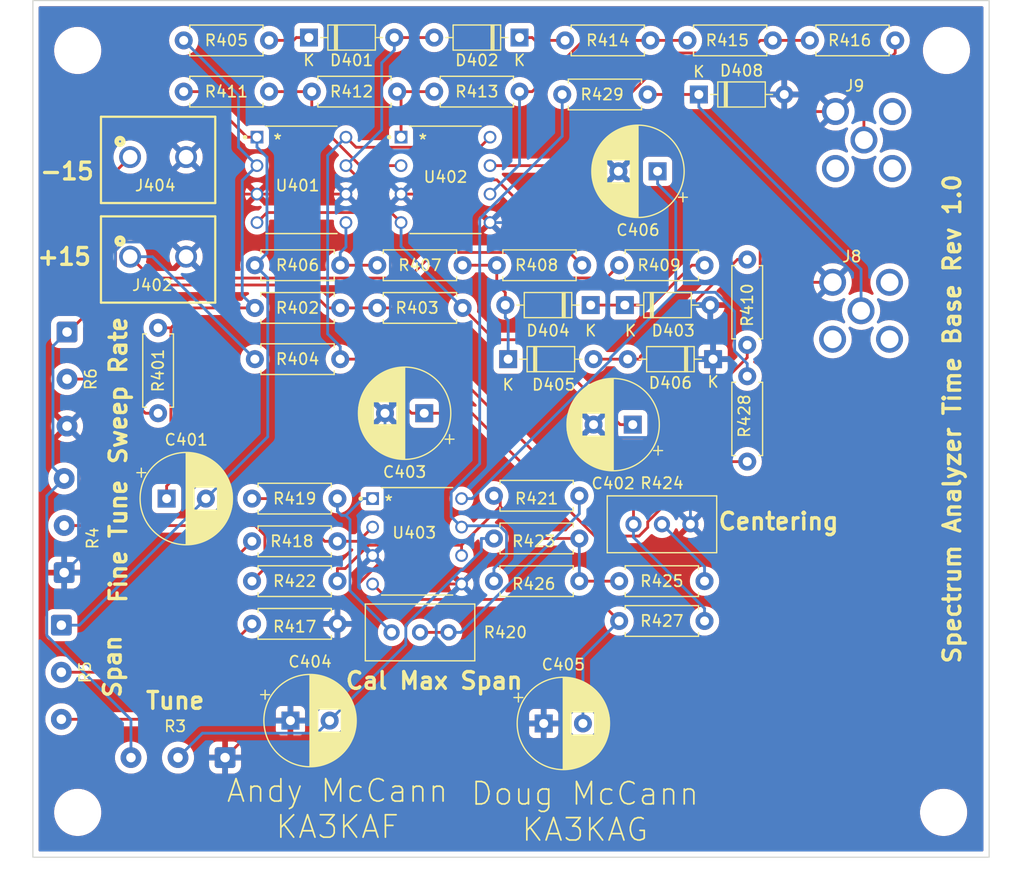
<source format=kicad_pcb>
(kicad_pcb (version 20221018) (generator pcbnew)
  (layers (0 "F.Cu" signal) (31 "B.Cu" signal) (34 "B.Paste" user) (35 "F.Paste" user) (36 "B.SilkS" user "B.Silkscreen") (37 "F.SilkS" user "F.Silkscreen") (38 "B.Mask" user) (39 "F.Mask" user) (44 "Edge.Cuts" user))
  (net 0 "")
  (net 1 "Net-(C401-Pad1)")
  (net 2 "Net-(C402-Pad1)")
  (net 3 "GND")
  (net 4 "Net-(C403-Pad1)")
  (net 5 "Net-(C401-Pad2)")
  (net 6 "Net-(C405-Pad2)")
  (net 7 "Net-(C406-Pad1)")
  (net 8 "Net-(D401-Pad1)")
  (net 9 "Net-(D401-Pad2)")
  (net 10 "Net-(D402-Pad1)")
  (net 11 "Net-(D403-Pad1)")
  (net 12 "Net-(D404-Pad2)")
  (net 13 "Net-(D405-Pad2)")
  (net 14 "VCO_Out")
  (net 15 "Out")
  (net 16 "V+15")
  (net 17 "V-15")
  (net 18 "Net-(R4-Pad2)")
  (net 19 "Net-(C404-Pad2)")
  (net 20 "Net-(R418-Pad1)")
  (net 21 "Net-(R417-Pad1)")
  (net 22 "Net-(R406-Pad2)")
  (net 23 "Net-(R411-Pad2)")
  (net 24 "Net-(R412-Pad2)")
  (net 25 "Net-(R415-Pad2)")
  (net 26 "Net-(R418-Pad2)")
  (net 27 "Net-(R419-Pad2)")
  (net 28 "Net-(R420-Pad1)")
  (net 29 "Net-(R401-Pad2)")
  (net 30 "Net-(R413-Pad2)")
  (net 31 "Net-(R426-Pad2)")
  (net 32 "Net-(R421-Pad2)")
  (net 33 "Net-(R424-Pad2)")
  (footprint "Resistor_THT:R_Axial_DIN0207_L6.3mm_D2.5mm_P7.62mm_Horizontal" (layer "F.Cu") (at 145.796 113.792 180)
    (fp_text reference "R426")
    (fp_text value "15k")
  )
  (footprint "Diode_THT:D_DO-35_SOD27_P7.62mm_Horizontal" (layer "F.Cu") (at 121.666 65.278)
    (fp_text reference "D401")
    (fp_text value "1N4148")
  )
  (footprint "Resistor_THT:R_Axial_DIN0207_L6.3mm_D2.5mm_P7.62mm_Horizontal" (layer "F.Cu") (at 110.49 70.104)
    (fp_text reference "R411")
    (fp_text value "12k")
  )
  (footprint "Connector_Wire:SolderWire-0.25sqmm_1x03_P4.2mm_D0.65mm_OD1.7mm" (layer "F.Cu") (at 99.568 117.72 -90)
    (fp_text reference "R5")
    (fp_text value "5k")
  )
  (footprint "Connector_Wire:SolderWire-0.25sqmm_1x03_P4.2mm_D0.65mm_OD1.7mm" (layer "F.Cu") (at 114.182 129.54 180)
    (fp_text reference "R3")
    (fp_text value "10k")
  )
  (footprint "Capacitor_THT:CP_Radial_D8.0mm_P3.50mm" (layer "F.Cu") (at 142.6193 126.492)
    (fp_text reference "C405")
    (fp_text value "100u")
  )
  (footprint "Resistor_THT:R_Axial_DIN0207_L6.3mm_D2.5mm_P7.62mm_Horizontal" (layer "F.Cu") (at 149.352 113.792)
    (fp_text reference "R425")
    (fp_text value "10k")
  )
  (footprint "Resistor_THT:R_Axial_DIN0207_L6.3mm_D2.5mm_P7.62mm_Horizontal" (layer "F.Cu") (at 116.586 117.602)
    (fp_text reference "R417")
    (fp_text value "51")
  )
  (footprint "Resistor_THT:R_Axial_DIN0207_L6.3mm_D2.5mm_P7.62mm_Horizontal" (layer "F.Cu") (at 121.92 70.104)
    (fp_text reference "R412")
    (fp_text value "15k")
  )
  (footprint "Resistor_THT:R_Axial_DIN0207_L6.3mm_D2.5mm_P7.62mm_Horizontal" (layer "F.Cu") (at 108.204 91.186 -90)
    (fp_text reference "R401")
    (fp_text value "56k")
  )
  (footprint "Connector_Wire:SolderWire-0.25sqmm_1x03_P4.2mm_D0.65mm_OD1.7mm" (layer "F.Cu") (at 99.822 113.03 90)
    (fp_text reference "R4")
    (fp_text value "10k")
  )
  (footprint "Capacitor_THT:CP_Radial_D8.0mm_P3.50mm" (layer "F.Cu") (at 108.966 106.426)
    (fp_text reference "C401")
    (fp_text value "1u")
  )
  (footprint "Diode_THT:D_DO-35_SOD27_P7.62mm_Horizontal" (layer "F.Cu") (at 140.462 65.278 180)
    (fp_text reference "D402")
    (fp_text value "1N4148")
  )
  (footprint "Resistor_THT:R_Axial_DIN0207_L6.3mm_D2.5mm_P7.62mm_Horizontal" (layer "F.Cu") (at 155.448 65.532)
    (fp_text reference "R415")
    (fp_text value "15k")
  )
  (footprint "Capacitor_THT:CP_Radial_D8.0mm_P3.50mm" (layer "F.Cu") (at 131.9547 98.806 180)
    (fp_text reference "C403")
    (fp_text value "22u")
  )
  (footprint "Resistor_THT:R_Axial_DIN0207_L6.3mm_D2.5mm_P7.62mm_Horizontal" (layer "F.Cu") (at 116.586 106.426)
    (fp_text reference "R419")
    (fp_text value "10k")
  )
  (footprint "timebase:DIP794W45P254L959H508Q8" (layer "F.Cu") (at 131.318 110.236)
    (fp_text reference "U403")
    (fp_text value "LM358")
  )
  (footprint "Diode_THT:D_DO-35_SOD27_P7.62mm_Horizontal" (layer "F.Cu") (at 139.446 93.98)
    (fp_text reference "D405")
    (fp_text value "1N4148")
  )
  (footprint "Resistor_THT:R_Axial_DIN0207_L6.3mm_D2.5mm_P7.62mm_Horizontal" (layer "F.Cu") (at 166.37 65.532)
    (fp_text reference "R416")
    (fp_text value "390")
  )
  (footprint "Capacitor_THT:CP_Radial_D8.0mm_P3.50mm" (layer "F.Cu") (at 152.7827 77.216 180)
    (fp_text reference "C406")
    (fp_text value "100u")
  )
  (footprint "Resistor_THT:R_Axial_DIN0207_L6.3mm_D2.5mm_P7.62mm_Horizontal" (layer "F.Cu") (at 144.526 65.532)
    (fp_text reference "R414")
    (fp_text value "10k")
  )
  (footprint "Resistor_THT:R_Axial_DIN0207_L6.3mm_D2.5mm_P7.62mm_Horizontal" (layer "F.Cu") (at 135.382 89.408 180)
    (fp_text reference "R403")
    (fp_text value "100")
  )
  (footprint "timebase:MOLEX_73391-0060" (layer "F.Cu") (at 171.196 74.422)
    (fp_text reference "J9")
    (fp_text value "Conn_Coaxial")
  )
  (footprint "Resistor_THT:R_Axial_DIN0207_L6.3mm_D2.5mm_P7.62mm_Horizontal" (layer "F.Cu") (at 132.842 70.104)
    (fp_text reference "R413")
    (fp_text value "10k")
  )
  (footprint "Resistor_THT:R_Axial_DIN0207_L6.3mm_D2.5mm_P7.62mm_Horizontal" (layer "F.Cu") (at 116.586 113.792)
    (fp_text reference "R422")
    (fp_text value "240k")
  )
  (footprint "Resistor_THT:R_Axial_DIN0207_L6.3mm_D2.5mm_P7.62mm_Horizontal" (layer "F.Cu") (at 116.84 85.598)
    (fp_text reference "R406")
    (fp_text value "2.2k")
  )
  (footprint "Diode_THT:D_DO-35_SOD27_P7.62mm_Horizontal" (layer "F.Cu") (at 156.464 70.358)
    (fp_text reference "D408")
    (fp_text value "1N4148")
  )
  (footprint "Resistor_THT:R_Axial_DIN0207_L6.3mm_D2.5mm_P7.62mm_Horizontal" (layer "F.Cu") (at 149.352 117.348)
    (fp_text reference "R427")
    (fp_text value "22")
  )
  (footprint "Potentiometer_THT:Potentiometer_Bourns_3296W_Vertical" (layer "F.Cu") (at 155.712 108.712)
    (fp_text reference "R424")
    (fp_text value "5k")
  )
  (footprint "Resistor_THT:R_Axial_DIN0207_L6.3mm_D2.5mm_P7.62mm_Horizontal" (layer "F.Cu") (at 145.796 106.172 180)
    (fp_text reference "R421")
    (fp_text value "6.8k")
  )
  (footprint "MountingHole:MountingHole_3.2mm_M3" (layer "F.Cu") (at 178.308 134.43)
    (fp_text reference "H3" hide)
    (fp_text value "MountingHole_Pad")
  )
  (footprint "Resistor_THT:R_Axial_DIN0207_L6.3mm_D2.5mm_P7.62mm_Horizontal" (layer "F.Cu") (at 149.352 85.598)
    (fp_text reference "R409")
    (fp_text value "2.2k")
  )
  (footprint "Resistor_THT:R_Axial_DIN0207_L6.3mm_D2.5mm_P7.62mm_Horizontal" (layer "F.Cu") (at 160.782 103.124 90)
    (fp_text reference "R428")
    (fp_text value "22")
  )
  (footprint "Resistor_THT:R_Axial_DIN0207_L6.3mm_D2.5mm_P7.62mm_Horizontal" (layer "F.Cu") (at 127.762 85.598)
    (fp_text reference "R407")
    (fp_text value "4.7k")
  )
  (footprint "Diode_THT:D_DO-35_SOD27_P7.62mm_Horizontal" (layer "F.Cu") (at 157.734 93.98 180)
    (fp_text reference "D406")
    (fp_text value "1N4735")
  )
  (footprint "MountingHole:MountingHole_3.2mm_M3" (layer "F.Cu") (at 178.562 66.43)
    (fp_text reference "H2" hide)
    (fp_text value "MountingHole_Pad")
  )
  (footprint "timebase:MOLEX_73391-0060" (layer "F.Cu") (at 170.942 89.662)
    (fp_text reference "J8")
    (fp_text value "Conn_Coaxial")
  )
  (footprint "Resistor_THT:R_Axial_DIN0207_L6.3mm_D2.5mm_P7.62mm_Horizontal" (layer "F.Cu") (at 110.49 65.532)
    (fp_text reference "R405")
    (fp_text value "2.2k")
  )
  (footprint "timebase:DIP794W45P254L959H508Q8" (layer "F.Cu") (at 120.998 77.978)
    (fp_text reference "U401")
    (fp_text value "LM358")
  )
  (footprint "Resistor_THT:R_Axial_DIN0207_L6.3mm_D2.5mm_P7.62mm_Horizontal" (layer "F.Cu") (at 145.796 109.982 180)
    (fp_text reference "R423")
    (fp_text value "10k")
  )
  (footprint "timebase:691137710002" (layer "F.Cu") (at 108.204 75.946)
    (fp_text reference "J404")
    (fp_text value "Jack-DC")
  )
  (footprint "Capacitor_THT:CP_Radial_D8.0mm_P3.50mm" (layer "F.Cu") (at 120.0133 126.238)
    (fp_text reference "C404")
    (fp_text value "100u")
  )
  (footprint "MountingHole:MountingHole_3.2mm_M3" (layer "F.Cu") (at 101.028 134.43)
    (fp_text reference "H4" hide)
    (fp_text value "MountingHole_Pad")
  )
  (footprint "Diode_THT:D_DO-35_SOD27_P7.62mm_Horizontal" (layer "F.Cu") (at 149.86 89.154)
    (fp_text reference "D403")
    (fp_text value "1N4735")
  )
  (footprint "Resistor_THT:R_Axial_DIN0207_L6.3mm_D2.5mm_P7.62mm_Horizontal" (layer "F.Cu") (at 146.05 85.598 180)
    (fp_text reference "R408")
    (fp_text value "1k")
  )
  (footprint "timebase:691137710002" (layer "F.Cu") (at 108.204 84.836)
    (fp_text reference "J402")
    (fp_text value "Jack-DC")
  )
  (footprint "Resistor_THT:R_Axial_DIN0207_L6.3mm_D2.5mm_P7.62mm_Horizontal" (layer "F.Cu") (at 160.782 85.09 -90)
    (fp_text reference "R410")
    (fp_text value "2.2k")
  )
  (footprint "Resistor_THT:R_Axial_DIN0207_L6.3mm_D2.5mm_P7.62mm_Horizontal" (layer "F.Cu") (at 116.84 93.98)
    (fp_text reference "R404")
    (fp_text value "100")
  )
  (footprint "MountingHole:MountingHole_3.2mm_M3" (layer "F.Cu") (at 101.028 66.43)
    (fp_text reference "H1" hide)
    (fp_text value "MountingHole_Pad")
  )
  (footprint "Diode_THT:D_DO-35_SOD27_P7.62mm_Horizontal" (layer "F.Cu") (at 146.812 89.154 180)
    (fp_text reference "D404")
    (fp_text value "1N4148")
  )
  (footprint "Capacitor_THT:CP_Radial_D8.0mm_P3.50mm" (layer "F.Cu") (at 150.566 99.822 180)
    (fp_text reference "C402")
    (fp_text value "22u")
  )
  (footprint "Resistor_THT:R_Axial_DIN0207_L6.3mm_D2.5mm_P7.62mm_Horizontal" (layer "F.Cu") (at 144.272 70.358)
    (fp_text reference "R429")
    (fp_text value "470")
  )
  (footprint "Connector_Wire:SolderWire-0.25sqmm_1x03_P4.2mm_D0.65mm_OD1.7mm" (layer "F.Cu") (at 100.076 91.558 -90)
    (fp_text reference "R6")
    (fp_text value "10k")
  )
  (footprint "Resistor_THT:R_Axial_DIN0207_L6.3mm_D2.5mm_P7.62mm_Horizontal" (layer "F.Cu") (at 116.84 89.408)
    (fp_text reference "R402")
    (fp_text value "680k")
  )
  (footprint "timebase:DIP794W45P254L959H508Q8" (layer "F.Cu") (at 133.858 77.978)
    (fp_text reference "U402")
    (fp_text value "LM358")
  )
  (footprint "Potentiometer_THT:Potentiometer_Bourns_3296W_Vertical" (layer "F.Cu") (at 134.122 118.364)
    (fp_text reference "R420")
    (fp_text value "5k")
  )
  (footprint "Resistor_THT:R_Axial_DIN0207_L6.3mm_D2.5mm_P7.62mm_Horizontal" (layer "F.Cu") (at 116.586 110.236)
    (fp_text reference "R418")
    (fp_text value "10k")
  )
  (gr_rect (start 97.028 61.976) (end 182.372 138.43) (stroke (width 0.1)) (fill none) (layer "Edge.Cuts"))
  (gr_text "Centering" (at 163.576 108.458) (layer "F.SilkS") (effects (font (size 1.5 1.5) (thickness 0.3))))
  (gr_text "Cal Max Span" (at 132.842 122.682) (layer "F.SilkS") (effects (font (size 1.5 1.5) (thickness 0.3))))
  (gr_text "Spectrum Analyzer Time Base Rev 1.0" (at 179.07 99.314 90) (layer "F.SilkS") (effects (font (size 1.5 1.5) (thickness 0.3))))
  (gr_text "Span" (at 104.14 121.412 90) (layer "F.SilkS") (effects (font (size 1.5 1.5) (thickness 0.3))))
  (gr_text "Doug McCann\nKA3KAG" (at 146.304 134.366) (layer "F.SilkS") (effects (font (size 2 2))))
  (gr_text "Andy McCann\nKA3KAF" (at 124.206 134.112) (layer "F.SilkS") (effects (font (size 2 2))))
  (gr_text "+15" (at 99.822 84.836) (layer "F.SilkS") (effects (font (size 1.5 1.5) (thickness 0.3))))
  (gr_text "Sweep Rate" (at 104.648 96.774 90) (layer "F.SilkS") (effects (font (size 1.5 1.5) (thickness 0.3))))
  (gr_text "-15" (at 100.076 77.216) (layer "F.SilkS") (effects (font (size 1.5 1.5) (thickness 0.3))))
  (gr_text "Fine Tune" (at 104.648 110.236 90) (layer "F.SilkS") (effects (font (size 1.5 1.5) (thickness 0.3))))
  (gr_text "Tune" (at 109.728 124.46) (layer "F.SilkS") (effects (font (size 1.5 1.5) (thickness 0.3))))
  (segment (start 111.1227 89.408) (end 109.3447 91.186) (width 0.25) (layer "F.Cu") (net 1))
  (segment (start 109.3447 91.186) (end 109.3447 104.922) (width 0.25) (layer "F.Cu") (net 1))
  (segment (start 116.84 89.408) (end 111.1227 89.408) (width 0.25) (layer "F.Cu") (net 1))
  (segment (start 108.966 106.426) (end 108.966 105.3007) (width 0.25) (layer "F.Cu") (net 1))
  (segment (start 109.3447 104.922) (end 108.966 105.3007) (width 0.25) (layer "F.Cu") (net 1))
  (segment (start 109.3447 91.186) (end 108.204 91.186) (width 0.25) (layer "F.Cu") (net 1))
  (segment (start 115.7127 78.0233) (end 117.028 76.708) (width 0.25) (layer "B.Cu") (net 1))
  (segment (start 115.3784 75.0584) (end 117.028 76.708) (width 0.25) (layer "B.Cu") (net 1))
  (segment (start 115.7127 88.2807) (end 115.7127 78.0233) (width 0.25) (layer "B.Cu") (net 1))
  (segment (start 115.3784 70.4204) (end 115.3784 75.0584) (width 0.25) (layer "B.Cu") (net 1))
  (segment (start 110.49 65.532) (end 115.3784 70.4204) (width 0.25) (layer "B.Cu") (net 1))
  (segment (start 116.84 89.408) (end 115.7127 88.2807) (width 0.25) (layer "B.Cu") (net 1))
  (segment (start 150.566 99.822) (end 149.4407 99.822) (width 0.25) (layer "F.Cu") (net 2))
  (segment (start 141.8654 92.2467) (end 149.4407 99.822) (width 0.25) (layer "F.Cu") (net 2))
  (segment (start 135.382 89.408) (end 138.2207 92.2467) (width 0.25) (layer "F.Cu") (net 2))
  (segment (start 117.921 80.895) (end 128.995 80.895) (width 0.25) (layer "F.Cu") (net 2))
  (segment (start 138.2207 92.2467) (end 141.8654 92.2467) (width 0.25) (layer "F.Cu") (net 2))
  (segment (start 128.995 80.895) (end 129.888 81.788) (width 0.25) (layer "F.Cu") (net 2))
  (segment (start 117.028 81.788) (end 117.921 80.895) (width 0.25) (layer "F.Cu") (net 2))
  (segment (start 135.382 89.408) (end 129.888 83.914) (width 0.25) (layer "B.Cu") (net 2))
  (segment (start 129.888 83.914) (end 129.888 81.788) (width 0.25) (layer "B.Cu") (net 2))
  (segment (start 124.968 79.248) (end 117.028 79.248) (width 0.25) (layer "F.Cu") (net 3))
  (segment (start 158.6053 89.154) (end 160.6373 87.122) (width 0.25) (layer "F.Cu") (net 3))
  (segment (start 124.206 116.4767) (end 124.206 115.919) (width 0.25) (layer "F.Cu") (net 3))
  (segment (start 127.9835 112.1415) (end 129.888 114.046) (width 0.25) (layer "F.Cu") (net 3))
  (segment (start 164.084 71.882) (end 168.656 71.882) (width 0.25) (layer "F.Cu") (net 3))
  (segment (start 114.006 79.248) (end 110.704 75.946) (width 0.25) (layer "F.Cu") (net 3))
  (segment (start 157.4468 78.66) (end 161.9338 83.147) (width 0.25) (layer "F.Cu") (net 3))
  (segment (start 161.9338 83.147) (end 161.9338 87.122) (width 0.25) (layer "F.Cu") (net 3))
  (segment (start 117.028 79.248) (end 114.006 79.248) (width 0.25) (layer "F.Cu") (net 3))
  (segment (start 114.006 81.534) (end 110.704 84.836) (width 0.25) (layer "F.Cu") (net 3))
  (segment (start 129.888 79.248) (end 135.288 79.248) (width 0.25) (layer "F.Cu") (net 3))
  (segment (start 157.48 89.154) (end 158.6053 89.154) (width 0.25) (layer "F.Cu") (net 3))
  (segment (start 117.484 126.238) (end 114.182 129.54) (width 0.25) (layer "F.Cu") (net 3))
  (segment (start 114.006 79.248) (end 114.006 81.534) (width 0.25) (layer "F.Cu") (net 3))
  (segment (start 127.348 111.506) (end 127.9835 112.1415) (width 0.25) (layer "F.Cu") (net 3))
  (segment (start 124.206 117.602) (end 124.206 116.4767) (width 0.25) (layer "F.Cu") (net 3))
  (segment (start 161.9338 87.122) (end 168.402 87.122) (width 0.25) (layer "F.Cu") (net 3))
  (segment (start 150.7267 78.66) (end 149.2827 77.216) (width 0.25) (layer "F.Cu") (net 3))
  (segment (start 157.4468 78.66) (end 150.7267 78.66) (width 0.25) (layer "F.Cu") (net 3))
  (segment (start 124.206 115.919) (end 127.9835 112.1415) (width 0.25) (layer "F.Cu") (net 3))
  (segment (start 120.0133 126.238) (end 117.484 126.238) (width 0.25) (layer "F.Cu") (net 3))
  (segment (start 164.084 70.358) (end 164.084 71.882) (width 0.25) (layer "F.Cu") (net 3))
  (segment (start 164.084 71.882) (end 164.084 72.0228) (width 0.25) (layer "F.Cu") (net 3))
  (segment (start 129.888 114.046) (end 135.288 114.046) (width 0.25) (layer "F.Cu") (net 3))
  (segment (start 164.084 72.0228) (end 157.4468 78.66) (width 0.25) (layer "F.Cu") (net 3))
  (segment (start 135.288 79.248) (end 137.828 81.788) (width 0.25) (layer "F.Cu") (net 3))
  (segment (start 160.6373 87.122) (end 161.9338 87.122) (width 0.25) (layer "F.Cu") (net 3))
  (segment (start 110.704 84.836) (end 109.3893 83.5213) (width 0.25) (layer "B.Cu") (net 3))
  (segment (start 149.2827 77.216) (end 144.7107 81.788) (width 0.25) (layer "B.Cu") (net 3))
  (segment (start 133.0251 118.8274) (end 140.6897 126.492) (width 0.25) (layer "B.Cu") (net 3))
  (segment (start 155.712 100.9751) (end 155.712 108.712) (width 0.25) (layer "B.Cu") (net 3))
  (segment (start 109.3893 83.5213) (end 105.1703 83.5213) (width 0.25) (layer "B.Cu") (net 3))
  (segment (start 157.48 90.2793) (end 157.734 90.5333) (width 0.25) (layer "B.Cu") (net 3))
  (segment (start 128.9296 98.3311) (end 128.4547 98.806) (width 0.25) (layer "B.Cu") (net 3))
  (segment (start 105.1703 83.5213) (end 104.3875 84.3041) (width 0.25) (layer "B.Cu") (net 3))
  (segment (start 128.9296 80.2064) (end 128.9296 98.3311) (width 0.25) (layer "B.Cu") (net 3))
  (segment (start 135.288 114.046) (end 133.0251 116.3089) (width 0.25) (layer "B.Cu") (net 3))
  (segment (start 120.0133 122.92) (end 120.0133 126.238) (width 0.25) (layer "B.Cu") (net 3))
  (segment (start 101.1002 100.9822) (end 100.076 99.958) (width 0.25) (layer "B.Cu") (net 3))
  (segment (start 128.4547 110.3993) (end 127.348 111.506) (width 0.25) (layer "B.Cu") (net 3))
  (segment (start 157.48 89.154) (end 157.48 90.2793) (width 0.25) (layer "B.Cu") (net 3))
  (segment (start 157.734 93.98) (end 157.734 98.9531) (width 0.25) (layer "B.Cu") (net 3))
  (segment (start 128.9296 80.2064) (end 125.9264 80.2064) (width 0.25) (layer "B.Cu") (net 3))
  (segment (start 104.3875 84.3041) (end 104.3875 95.6465) (width 0.25) (layer "B.Cu") (net 3))
  (segment (start 124.206 118.7273) (end 120.0133 122.92) (width 0.25) (layer "B.Cu") (net 3))
  (segment (start 101.1002 111.7518) (end 101.1002 100.9822) (width 0.25) (layer "B.Cu") (net 3))
  (segment (start 128.4547 98.806) (end 128.4547 110.3993) (width 0.25) (layer "B.Cu") (net 3))
  (segment (start 104.3875 95.6465) (end 100.076 99.958) (width 0.25) (layer "B.Cu") (net 3))
  (segment (start 125.9264 80.2064) (end 124.968 79.248) (width 0.25) (layer "B.Cu") (net 3))
  (segment (start 128.9296 80.2064) (end 129.888 79.248) (width 0.25) (layer "B.Cu") (net 3))
  (segment (start 133.0251 116.3089) (end 133.0251 118.8274) (width 0.25) (layer "B.Cu") (net 3))
  (segment (start 140.6897 126.492) (end 142.6193 126.492) (width 0.25) (layer "B.Cu") (net 3))
  (segment (start 99.822 113.03) (end 101.1002 111.7518) (width 0.25) (layer "B.Cu") (net 3))
  (segment (start 124.206 117.602) (end 124.206 118.7273) (width 0.25) (layer "B.Cu") (net 3))
  (segment (start 157.734 90.5333) (end 157.734 93.98) (width 0.25) (layer "B.Cu") (net 3))
  (segment (start 157.734 98.9531) (end 155.712 100.9751) (width 0.25) (layer "B.Cu") (net 3))
  (segment (start 155.712 100.9751) (end 148.2191 100.9751) (width 0.25) (layer "B.Cu") (net 3))
  (segment (start 148.2191 100.9751) (end 147.066 99.822) (width 0.25) (layer "B.Cu") (net 3))
  (segment (start 144.7107 81.788) (end 137.828 81.788) (width 0.25) (layer "B.Cu") (net 3))
  (segment (start 151.902 108.4974) (end 157.2754 103.124) (width 0.25) (layer "F.Cu") (net 4))
  (segment (start 157.2754 103.124) (end 160.782 103.124) (width 0.25) (layer "F.Cu") (net 4))
  (segment (start 151.902 108.9961) (end 151.902 108.4974) (width 0.25) (layer "F.Cu") (net 4))
  (segment (start 151.129 109.7691) (end 151.902 108.9961) (width 0.25) (layer "F.Cu") (net 4))
  (segment (start 147.1747 109.7691) (end 151.129 109.7691) (width 0.25) (layer "F.Cu") (net 4))
  (segment (start 136.9256 75.0704) (end 137.828 74.168) (width 0.25) (layer "F.Cu") (net 4))
  (segment (start 136.2116 98.806) (end 147.1747 109.7691) (width 0.25) (layer "F.Cu") (net 4))
  (segment (start 125.8704 75.0704) (end 136.9256 75.0704) (width 0.25) (layer "F.Cu") (net 4))
  (segment (start 124.46 93.98) (end 126.0034 93.98) (width 0.25) (layer "F.Cu") (net 4))
  (segment (start 124.968 74.168) (end 125.8704 75.0704) (width 0.25) (layer "F.Cu") (net 4))
  (segment (start 131.9547 98.806) (end 130.8294 98.806) (width 0.25) (layer "F.Cu") (net 4))
  (segment (start 126.0034 93.98) (end 130.8294 98.806) (width 0.25) (layer "F.Cu") (net 4))
  (segment (start 131.9547 98.806) (end 136.2116 98.806) (width 0.25) (layer "F.Cu") (net 4))
  (segment (start 124.46 93.98) (end 124.46 92.8547) (width 0.25) (layer "B.Cu") (net 4))
  (segment (start 123.3347 91.7294) (end 124.46 92.8547) (width 0.25) (layer "B.Cu") (net 4))
  (segment (start 123.3347 75.8013) (end 123.3347 91.7294) (width 0.25) (layer "B.Cu") (net 4))
  (segment (start 124.968 74.168) (end 123.3347 75.8013) (width 0.25) (layer "B.Cu") (net 4))
  (segment (start 117.028 74.168) (end 116.1377 74.168) (width 0.25) (layer "F.Cu") (net 5))
  (segment (start 112.0737 70.104) (end 116.1377 74.168) (width 0.25) (layer "F.Cu") (net 5))
  (segment (start 110.49 70.104) (end 112.0737 70.104) (width 0.25) (layer "F.Cu") (net 5))
  (segment (start 117.9183 84.5197) (end 117.9183 75.9486) (width 0.25) (layer "B.Cu") (net 5))
  (segment (start 116.84 85.598) (end 117.9887 86.7467) (width 0.25) (layer "B.Cu") (net 5))
  (segment (start 117.9183 75.9486) (end 117.028 75.0583) (width 0.25) (layer "B.Cu") (net 5))
  (segment (start 116.84 85.598) (end 117.9183 84.5197) (width 0.25) (layer "B.Cu") (net 5))
  (segment (start 117.028 74.168) (end 117.028 75.0583) (width 0.25) (layer "B.Cu") (net 5))
  (segment (start 117.9887 86.7467) (end 117.9887 100.9033) (width 0.25) (layer "B.Cu") (net 5))
  (segment (start 117.9887 100.9033) (end 112.466 106.426) (width 0.25) (layer "B.Cu") (net 5))
  (segment (start 101.172 117.72) (end 99.568 117.72) (width 0.25) (layer "B.Cu") (net 5))
  (segment (start 112.466 106.426) (end 101.172 117.72) (width 0.25) (layer "B.Cu") (net 5))
  (segment (start 128.7279 115.4259) (end 147.4299 115.4259) (width 0.25) (layer "F.Cu") (net 6))
  (segment (start 127.348 114.046) (end 128.7279 115.4259) (width 0.25) (layer "F.Cu") (net 6))
  (segment (start 147.4299 115.4259) (end 149.352 117.348) (width 0.25) (layer "F.Cu") (net 6))
  (segment (start 149.352 117.348) (end 146.1193 120.5807) (width 0.25) (layer "B.Cu") (net 6))
  (segment (start 146.1193 120.5807) (end 146.1193 126.492) (width 0.25) (layer "B.Cu") (net 6))
  (segment (start 148.59 94.0583) (end 148.59 93.8239) (width 0.25) (layer "B.Cu") (net 7))
  (segment (start 157.9368 88.0117) (end 159.6567 89.7316) (width 0.25) (layer "B.Cu") (net 7))
  (segment (start 154.4022 79.9608) (end 152.7827 78.3413) (width 0.25) (layer "B.Cu") (net 7))
  (segment (start 135.288 106.426) (end 136.2223 106.426) (width 0.25) (layer "B.Cu") (net 7))
  (segment (start 159.6567 93.2534) (end 160.782 94.3787) (width 0.25) (layer "B.Cu") (net 7))
  (segment (start 154.4022 88.0117) (end 157.9368 88.0117) (width 0.25) (layer "B.Cu") (net 7))
  (segment (start 136.2223 106.426) (end 148.59 94.0583) (width 0.25) (layer "B.Cu") (net 7))
  (segment (start 159.6567 89.7316) (end 159.6567 93.2534) (width 0.25) (layer "B.Cu") (net 7))
  (segment (start 160.782 95.504) (end 160.782 94.3787) (width 0.25) (layer "B.Cu") (net 7))
  (segment (start 152.7827 77.216) (end 152.7827 78.3413) (width 0.25) (layer "B.Cu") (net 7))
  (segment (start 148.59 93.8239) (end 154.4022 88.0117) (width 0.25) (layer "B.Cu") (net 7))
  (segment (start 154.4022 88.0117) (end 154.4022 79.9608) (width 0.25) (layer "B.Cu") (net 7))
  (segment (start 121.666 65.278) (end 120.5407 65.278) (width 0.25) (layer "F.Cu") (net 8))
  (segment (start 120.2867 65.532) (end 120.5407 65.278) (width 0.25) (layer "F.Cu") (net 8))
  (segment (start 118.11 65.532) (end 120.2867 65.532) (width 0.25) (layer "F.Cu") (net 8))
  (segment (start 132.842 65.278) (end 129.286 65.278) (width 0.25) (layer "F.Cu") (net 9))
  (segment (start 146.05 85.598) (end 138.43 77.978) (width 0.25) (layer "F.Cu") (net 9))
  (segment (start 126.238 77.978) (end 124.968 76.708) (width 0.25) (layer "F.Cu") (net 9))
  (segment (start 138.43 77.978) (end 126.238 77.978) (width 0.25) (layer "F.Cu") (net 9))
  (segment (start 129.286 66.4033) (end 128.1607 67.5286) (width 0.25) (layer "B.Cu") (net 9))
  (segment (start 128.1607 67.5286) (end 128.1607 73.5153) (width 0.25) (layer "B.Cu") (net 9))
  (segment (start 129.286 65.278) (end 129.286 66.4033) (width 0.25) (layer "B.Cu") (net 9))
  (segment (start 128.1607 73.5153) (end 124.968 76.708) (width 0.25) (layer "B.Cu") (net 9))
  (segment (start 144.526 65.532) (end 141.8413 65.532) (width 0.25) (layer "F.Cu") (net 10))
  (segment (start 140.462 65.278) (end 141.5873 65.278) (width 0.25) (layer "F.Cu") (net 10))
  (segment (start 141.8413 65.532) (end 141.5873 65.278) (width 0.25) (layer "F.Cu") (net 10))
  (segment (start 149.86 89.154) (end 152.2907 89.154) (width 0.25) (layer "F.Cu") (net 11))
  (segment (start 146.812 89.154) (end 149.86 89.154) (width 0.25) (layer "F.Cu") (net 11))
  (segment (start 156.972 85.598) (end 155.8467 85.598) (width 0.25) (layer "F.Cu") (net 11))
  (segment (start 152.2907 89.154) (end 155.8467 85.598) (width 0.25) (layer "F.Cu") (net 11))
  (segment (start 138.43 85.598) (end 136.5073 85.598) (width 0.25) (layer "F.Cu") (net 12))
  (segment (start 139.192 89.154) (end 139.192 88.0287) (width 0.25) (layer "F.Cu") (net 12))
  (segment (start 138.43 85.598) (end 138.43 87.2667) (width 0.25) (layer "F.Cu") (net 12))
  (segment (start 138.43 87.2667) (end 139.192 88.0287) (width 0.25) (layer "F.Cu") (net 12))
  (segment (start 135.382 85.598) (end 136.5073 85.598) (width 0.25) (layer "F.Cu") (net 12))
  (segment (start 139.446 90.5333) (end 139.446 93.98) (width 0.25) (layer "B.Cu") (net 12))
  (segment (start 139.192 90.2793) (end 139.446 90.5333) (width 0.25) (layer "B.Cu") (net 12))
  (segment (start 139.192 89.154) (end 139.192 90.2793) (width 0.25) (layer "B.Cu") (net 12))
  (segment (start 151.2393 93.7516) (end 151.2393 93.98) (width 0.25) (layer "F.Cu") (net 13))
  (segment (start 150.114 93.98) (end 147.066 93.98) (width 0.25) (layer "F.Cu") (net 13))
  (segment (start 159.9009 85.09) (end 151.2393 93.7516) (width 0.25) (layer "F.Cu") (net 13))
  (segment (start 160.782 85.09) (end 159.9009 85.09) (width 0.25) (layer "F.Cu") (net 13))
  (segment (start 150.114 93.98) (end 151.2393 93.98) (width 0.25) (layer "F.Cu") (net 13))
  (segment (start 151.892 70.358) (end 156.464 70.358) (width 0.25) (layer "F.Cu") (net 14))
  (segment (start 156.464 70.358) (end 156.464 71.4833) (width 0.25) (layer "B.Cu") (net 14))
  (segment (start 170.942 85.9613) (end 170.942 89.662) (width 0.25) (layer "B.Cu") (net 14))
  (segment (start 156.464 71.4833) (end 170.942 85.9613) (width 0.25) (layer "B.Cu") (net 14))
  (segment (start 171.196 69.4513) (end 171.196 74.422) (width 0.25) (layer "F.Cu") (net 15))
  (segment (start 173.99 65.532) (end 173.99 66.6573) (width 0.25) (layer "F.Cu") (net 15))
  (segment (start 173.99 66.6573) (end 171.196 69.4513) (width 0.25) (layer "F.Cu") (net 15))
  (segment (start 141.6394 84.457) (end 143.9162 86.7338) (width 0.25) (layer "F.Cu") (net 16))
  (segment (start 143.9162 86.7338) (end 148.2162 86.7338) (width 0.25) (layer "F.Cu") (net 16))
  (segment (start 130.5448 86.7421) (end 132.8299 84.457) (width 0.25) (layer "F.Cu") (net 16))
  (segment (start 132.8299 84.457) (end 141.6394 84.457) (width 0.25) (layer "F.Cu") (net 16))
  (segment (start 105.704 84.836) (end 107.6101 86.7421) (width 0.25) (layer "F.Cu") (net 16))
  (segment (start 148.2162 86.7338) (end 149.352 85.598) (width 0.25) (layer "F.Cu") (net 16))
  (segment (start 107.6101 86.7421) (end 130.5448 86.7421) (width 0.25) (layer "F.Cu") (net 16))
  (segment (start 107.696 84.836) (end 105.704 84.836) (width 0.25) (layer "B.Cu") (net 16))
  (segment (start 116.84 93.98) (end 107.696 84.836) (width 0.25) (layer "B.Cu") (net 16))
  (segment (start 127.762 89.408) (end 128.8873 89.408) (width 0.25) (layer "F.Cu") (net 17))
  (segment (start 152.2005 102.4168) (end 150.632 102.4168) (width 0.25) (layer "F.Cu") (net 17))
  (segment (start 124.46 89.408) (end 123.3347 89.408) (width 0.25) (layer "F.Cu") (net 17))
  (segment (start 141.8961 102.4168) (end 128.8873 89.408) (width 0.25) (layer "F.Cu") (net 17))
  (segment (start 160.782 92.71) (end 160.782 93.8353) (width 0.25) (layer "F.Cu") (net 17))
  (segment (start 100.076 91.558) (end 100.2045 91.558) (width 0.25) (layer "F.Cu") (net 17))
  (segment (start 123.3347 89.408) (end 121.2888 87.3621) (width 0.25) (layer "F.Cu") (net 17))
  (segment (start 121.2888 87.3621) (end 104.4004 87.3621) (width 0.25) (layer "F.Cu") (net 17))
  (segment (start 104.4004 87.3621) (end 104.4004 77.2496) (width 0.25) (layer "F.Cu") (net 17))
  (segment (start 104.4004 77.2496) (end 105.704 75.946) (width 0.25) (layer "F.Cu") (net 17))
  (segment (start 100.2045 91.558) (end 104.4004 87.3621) (width 0.25) (layer "F.Cu") (net 17))
  (segment (start 160.782 93.8353) (end 152.2005 102.4168) (width 0.25) (layer "F.Cu") (net 17))
  (segment (start 150.632 102.4168) (end 150.632 108.712) (width 0.25) (layer "F.Cu") (net 17))
  (segment (start 150.632 102.4168) (end 141.8961 102.4168) (width 0.25) (layer "F.Cu") (net 17))
  (segment (start 124.46 89.408) (end 127.762 89.408) (width 0.25) (layer "F.Cu") (net 17))
  (segment (start 156.972 117.348) (end 156.972 116.2227) (width 0.25) (layer "B.Cu") (net 17))
  (segment (start 100.076 91.558) (end 98.8185 92.8155) (width 0.25) (layer "B.Cu") (net 17))
  (segment (start 98.8185 92.8155) (end 98.8185 103.6265) (width 0.25) (layer "B.Cu") (net 17))
  (segment (start 150.632 109.8827) (end 156.972 116.2227) (width 0.25) (layer "B.Cu") (net 17))
  (segment (start 99.822 104.63) (end 98.2696 106.1824) (width 0.25) (layer "B.Cu") (net 17))
  (segment (start 105.782 126.1483) (end 105.782 129.54) (width 0.25) (layer "B.Cu") (net 17))
  (segment (start 98.2696 118.6359) (end 105.782 126.1483) (width 0.25) (layer "B.Cu") (net 17))
  (segment (start 150.632 108.712) (end 150.632 109.8827) (width 0.25) (layer "B.Cu") (net 17))
  (segment (start 98.8185 103.6265) (end 99.822 104.63) (width 0.25) (layer "B.Cu") (net 17))
  (segment (start 98.2696 106.1824) (end 98.2696 118.6359) (width 0.25) (layer "B.Cu") (net 17))
  (segment (start 116.586 113.792) (end 117.7328 112.6452) (width 0.25) (layer "F.Cu") (net 18))
  (segment (start 116.8589 108.83) (end 99.822 108.83) (width 0.25) (layer "F.Cu") (net 18))
  (segment (start 117.7328 112.6452) (end 117.7328 109.7039) (width 0.25) (layer "F.Cu") (net 18))
  (segment (start 117.7328 109.7039) (end 116.8589 108.83) (width 0.25) (layer "F.Cu") (net 18))
  (segment (start 130.312 117.7218) (end 130.312 119.4393) (width 0.25) (layer "B.Cu") (net 19))
  (segment (start 112.1587 127.3633) (end 109.982 129.54) (width 0.25) (layer "B.Cu") (net 19))
  (segment (start 130.312 119.4393) (end 123.5133 126.238) (width 0.25) (layer "B.Cu") (net 19))
  (segment (start 137.0507 111.1073) (end 135.382 112.776) (width 0.25) (layer "B.Cu") (net 19))
  (segment (start 123.5133 126.238) (end 122.388 127.3633) (width 0.25) (layer "B.Cu") (net 19))
  (segment (start 137.0507 109.982) (end 137.0507 111.1073) (width 0.25) (layer "B.Cu") (net 19))
  (segment (start 122.388 127.3633) (end 112.1587 127.3633) (width 0.25) (layer "B.Cu") (net 19))
  (segment (start 135.2578 112.776) (end 130.312 117.7218) (width 0.25) (layer "B.Cu") (net 19))
  (segment (start 138.176 109.982) (end 137.0507 109.982) (width 0.25) (layer "B.Cu") (net 19))
  (segment (start 135.382 112.776) (end 135.2578 112.776) (width 0.25) (layer "B.Cu") (net 19))
  (segment (start 104.902 121.92) (end 99.568 121.92) (width 0.25) (layer "F.Cu") (net 20))
  (segment (start 116.586 110.236) (end 104.902 121.92) (width 0.25) (layer "F.Cu") (net 20))
  (segment (start 108.068 126.12) (end 99.568 126.12) (width 0.25) (layer "F.Cu") (net 21))
  (segment (start 116.586 117.602) (end 108.068 126.12) (width 0.25) (layer "F.Cu") (net 21))
  (segment (start 127.762 85.598) (end 124.46 85.598) (width 0.25) (layer "F.Cu") (net 22))
  (segment (start 124.46 85.598) (end 124.46 84.4727) (width 0.25) (layer "B.Cu") (net 22))
  (segment (start 124.968 83.9647) (end 124.968 81.788) (width 0.25) (layer "B.Cu") (net 22))
  (segment (start 124.46 84.4727) (end 124.968 83.9647) (width 0.25) (layer "B.Cu") (net 22))
  (segment (start 119.2353 70.104) (end 121.92 70.104) (width 0.25) (layer "F.Cu") (net 23))
  (segment (start 121.92 70.104) (end 121.92 72.4007) (width 0.25) (layer "F.Cu") (net 23))
  (segment (start 121.92 72.4007) (end 126.2273 76.708) (width 0.25) (layer "F.Cu") (net 23))
  (segment (start 118.11 70.104) (end 119.2353 70.104) (width 0.25) (layer "F.Cu") (net 23))
  (segment (start 126.2273 76.708) (end 129.888 76.708) (width 0.25) (layer "F.Cu") (net 23))
  (segment (start 129.888 74.168) (end 129.888 73.2777) (width 0.25) (layer "F.Cu") (net 24))
  (segment (start 132.842 70.104) (end 129.888 70.104) (width 0.25) (layer "F.Cu") (net 24))
  (segment (start 129.888 70.104) (end 129.888 73.2777) (width 0.25) (layer "F.Cu") (net 24))
  (segment (start 129.888 70.104) (end 129.54 70.104) (width 0.25) (layer "F.Cu") (net 24))
  (segment (start 153.994 66.6573) (end 143.9433 76.708) (width 0.25) (layer "F.Cu") (net 25))
  (segment (start 163.068 65.532) (end 161.9427 65.532) (width 0.25) (layer "F.Cu") (net 25))
  (segment (start 143.9433 76.708) (end 137.828 76.708) (width 0.25) (layer "F.Cu") (net 25))
  (segment (start 160.8174 66.6573) (end 153.994 66.6573) (width 0.25) (layer "F.Cu") (net 25))
  (segment (start 166.37 65.532) (end 163.068 65.532) (width 0.25) (layer "F.Cu") (net 25))
  (segment (start 161.9427 65.532) (end 160.8174 66.6573) (width 0.25) (layer "F.Cu") (net 25))
  (segment (start 126.078 110.236) (end 127.348 108.966) (width 0.25) (layer "F.Cu") (net 26))
  (segment (start 124.206 110.236) (end 123.0807 110.236) (width 0.25) (layer "F.Cu") (net 26))
  (segment (start 124.206 110.236) (end 126.078 110.236) (width 0.25) (layer "F.Cu") (net 26))
  (segment (start 116.586 106.426) (end 119.2707 106.426) (width 0.25) (layer "F.Cu") (net 26))
  (segment (start 119.2707 106.426) (end 123.0807 110.236) (width 0.25) (layer "F.Cu") (net 26))
  (segment (start 129.042 118.364) (end 125.3313 114.6533) (width 0.25) (layer "B.Cu") (net 27))
  (segment (start 124.5808 107.9261) (end 124.9576 107.9261) (width 0.25) (layer "B.Cu") (net 27))
  (segment (start 125.3313 108.2998) (end 124.9576 107.9261) (width 0.25) (layer "B.Cu") (net 27))
  (segment (start 124.9576 107.9261) (end 126.4577 106.426) (width 0.25) (layer "B.Cu") (net 27))
  (segment (start 127.348 106.426) (end 126.4577 106.426) (width 0.25) (layer "B.Cu") (net 27))
  (segment (start 125.3313 114.6533) (end 125.3313 108.2998) (width 0.25) (layer "B.Cu") (net 27))
  (segment (start 124.206 106.426) (end 124.206 107.5513) (width 0.25) (layer "B.Cu") (net 27))
  (segment (start 124.206 107.5513) (end 124.5808 107.9261) (width 0.25) (layer "B.Cu") (net 27))
  (segment (start 131.582 118.364) (end 134.122 118.364) (width 0.25) (layer "F.Cu") (net 28))
  (segment (start 134.122 118.364) (end 135.218 118.364) (width 0.25) (layer "B.Cu") (net 28))
  (segment (start 135.218 118.364) (end 145.796 107.786) (width 0.25) (layer "B.Cu") (net 28))
  (segment (start 145.796 107.786) (end 145.796 106.172) (width 0.25) (layer "B.Cu") (net 28))
  (segment (start 104.0307 95.758) (end 100.076 95.758) (width 0.25) (layer "F.Cu") (net 29))
  (segment (start 107.0787 98.806) (end 104.0307 95.758) (width 0.25) (layer "F.Cu") (net 29))
  (segment (start 108.204 98.806) (end 107.0787 98.806) (width 0.25) (layer "F.Cu") (net 29))
  (segment (start 140.462 70.104) (end 141.5873 70.104) (width 0.25) (layer "F.Cu") (net 30))
  (segment (start 155.448 65.532) (end 152.146 65.532) (width 0.25) (layer "F.Cu") (net 30))
  (segment (start 152.146 65.532) (end 151.0207 65.532) (width 0.25) (layer "F.Cu") (net 30))
  (segment (start 151.0207 65.532) (end 146.1593 65.532) (width 0.25) (layer "F.Cu") (net 30))
  (segment (start 146.1593 65.532) (end 141.5873 70.104) (width 0.25) (layer "F.Cu") (net 30))
  (segment (start 140.462 70.104) (end 140.462 76.614) (width 0.25) (layer "B.Cu") (net 30))
  (segment (start 140.462 76.614) (end 137.828 79.248) (width 0.25) (layer "B.Cu") (net 30))
  (segment (start 139.3013 111.5414) (end 138.176 112.6667) (width 0.25) (layer "B.Cu") (net 31))
  (segment (start 139.3013 109.4857) (end 139.3013 111.5414) (width 0.25) (layer "B.Cu") (net 31))
  (segment (start 136.9061 81.4506) (end 136.9061 103.3085) (width 0.25) (layer "B.Cu") (net 31))
  (segment (start 136.9061 103.3085) (end 134.3601 105.8545) (width 0.25) (layer "B.Cu") (net 31))
  (segment (start 134.3601 108.0381) (end 135.288 108.966) (width 0.25) (layer "B.Cu") (net 31))
  (segment (start 138.6688 108.8532) (end 139.3013 109.4857) (width 0.25) (layer "B.Cu") (net 31))
  (segment (start 144.272 70.358) (end 144.272 74.0847) (width 0.25) (layer "B.Cu") (net 31))
  (segment (start 135.4008 108.8532) (end 138.6688 108.8532) (width 0.25) (layer "B.Cu") (net 31))
  (segment (start 135.288 108.966) (end 135.4008 108.8532) (width 0.25) (layer "B.Cu") (net 31))
  (segment (start 144.272 74.0847) (end 136.9061 81.4506) (width 0.25) (layer "B.Cu") (net 31))
  (segment (start 134.3601 105.8545) (end 134.3601 108.0381) (width 0.25) (layer "B.Cu") (net 31))
  (segment (start 138.176 113.792) (end 138.176 112.6667) (width 0.25) (layer "B.Cu") (net 31))
  (segment (start 138.7387 107.1319) (end 135.288 110.5826) (width 0.25) (layer "F.Cu") (net 32))
  (segment (start 124.206 112.6667) (end 124.9043 112.6667) (width 0.25) (layer "F.Cu") (net 32))
  (segment (start 138.7387 106.172) (end 138.7387 107.1319) (width 0.25) (layer "F.Cu") (net 32))
  (segment (start 138.176 106.172) (end 138.7387 106.172) (width 0.25) (layer "F.Cu") (net 32))
  (segment (start 124.206 113.792) (end 124.206 112.6667) (width 0.25) (layer "F.Cu") (net 32))
  (segment (start 149.352 113.792) (end 145.796 113.792) (width 0.25) (layer "F.Cu") (net 32))
  (segment (start 141.5888 109.982) (end 138.7387 107.1319) (width 0.25) (layer "F.Cu") (net 32))
  (segment (start 135.288 110.5826) (end 135.288 111.506) (width 0.25) (layer "F.Cu") (net 32))
  (segment (start 145.796 109.982) (end 141.5888 109.982) (width 0.25) (layer "F.Cu") (net 32))
  (segment (start 126.9884 110.5826) (end 135.288 110.5826) (width 0.25) (layer "F.Cu") (net 32))
  (segment (start 124.9043 112.6667) (end 126.9884 110.5826) (width 0.25) (layer "F.Cu") (net 32))
  (segment (start 145.796 109.982) (end 145.796 113.792) (width 0.25) (layer "B.Cu") (net 32))
  (segment (start 156.972 112.512) (end 156.972 113.792) (width 0.25) (layer "B.Cu") (net 33))
  (segment (start 153.172 108.712) (end 156.972 112.512) (width 0.25) (layer "B.Cu") (net 33))
  (zone (net 3) (net_name "GND") (layers "F&B.Cu") (connect_pads (clearance 0.508)) (min_thickness 0.254) (fill yes (thermal_gap 0.508) (thermal_bridge_width 0.508))
    (polygon (pts (xy 182.372 138.43) (xy 97.028 138.43) (xy 97.028 61.976) (xy 182.372 61.976)))
  )
)
</source>
